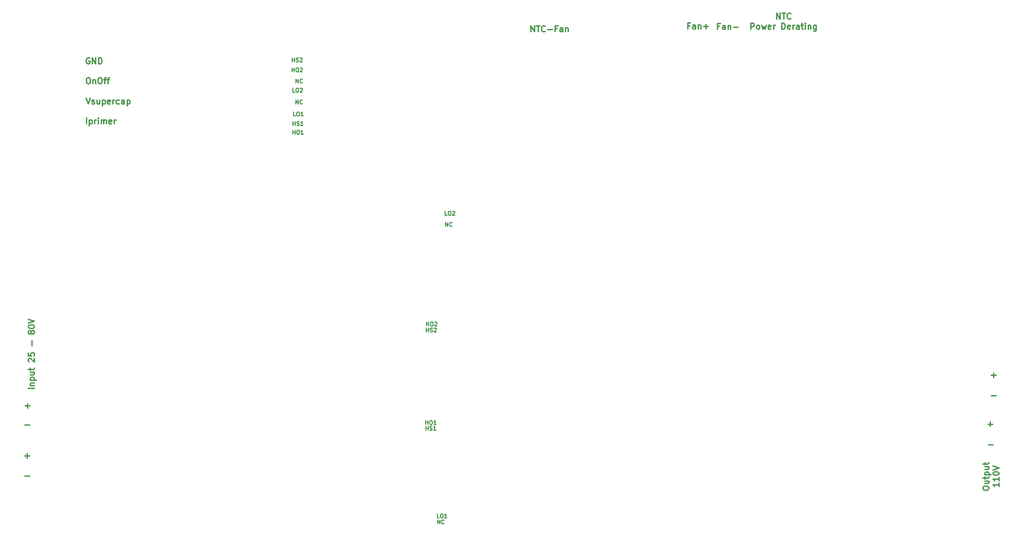
<source format=gbr>
G04 #@! TF.FileFunction,Other,Comment*
%FSLAX46Y46*%
G04 Gerber Fmt 4.6, Leading zero omitted, Abs format (unit mm)*
G04 Created by KiCad (PCBNEW 4.0.3+e1-6302~38~ubuntu16.04.1-stable) date Tue Aug 30 03:26:48 2016*
%MOMM*%
%LPD*%
G01*
G04 APERTURE LIST*
%ADD10C,0.100000*%
%ADD11C,0.300000*%
%ADD12C,0.250000*%
G04 APERTURE END LIST*
D10*
D11*
X262203571Y-143235715D02*
X262203571Y-142950001D01*
X262275000Y-142807143D01*
X262417857Y-142664286D01*
X262703571Y-142592858D01*
X263203571Y-142592858D01*
X263489286Y-142664286D01*
X263632143Y-142807143D01*
X263703571Y-142950001D01*
X263703571Y-143235715D01*
X263632143Y-143378572D01*
X263489286Y-143521429D01*
X263203571Y-143592858D01*
X262703571Y-143592858D01*
X262417857Y-143521429D01*
X262275000Y-143378572D01*
X262203571Y-143235715D01*
X262703571Y-141307143D02*
X263703571Y-141307143D01*
X262703571Y-141950000D02*
X263489286Y-141950000D01*
X263632143Y-141878572D01*
X263703571Y-141735714D01*
X263703571Y-141521429D01*
X263632143Y-141378572D01*
X263560714Y-141307143D01*
X262703571Y-140807143D02*
X262703571Y-140235714D01*
X262203571Y-140592857D02*
X263489286Y-140592857D01*
X263632143Y-140521429D01*
X263703571Y-140378571D01*
X263703571Y-140235714D01*
X262703571Y-139735714D02*
X264203571Y-139735714D01*
X262775000Y-139735714D02*
X262703571Y-139592857D01*
X262703571Y-139307143D01*
X262775000Y-139164286D01*
X262846429Y-139092857D01*
X262989286Y-139021428D01*
X263417857Y-139021428D01*
X263560714Y-139092857D01*
X263632143Y-139164286D01*
X263703571Y-139307143D01*
X263703571Y-139592857D01*
X263632143Y-139735714D01*
X262703571Y-137735714D02*
X263703571Y-137735714D01*
X262703571Y-138378571D02*
X263489286Y-138378571D01*
X263632143Y-138307143D01*
X263703571Y-138164285D01*
X263703571Y-137950000D01*
X263632143Y-137807143D01*
X263560714Y-137735714D01*
X262703571Y-137235714D02*
X262703571Y-136664285D01*
X262203571Y-137021428D02*
X263489286Y-137021428D01*
X263632143Y-136950000D01*
X263703571Y-136807142D01*
X263703571Y-136664285D01*
X266253571Y-141842856D02*
X266253571Y-142699999D01*
X266253571Y-142271427D02*
X264753571Y-142271427D01*
X264967857Y-142414284D01*
X265110714Y-142557142D01*
X265182143Y-142699999D01*
X266253571Y-140414285D02*
X266253571Y-141271428D01*
X266253571Y-140842856D02*
X264753571Y-140842856D01*
X264967857Y-140985713D01*
X265110714Y-141128571D01*
X265182143Y-141271428D01*
X264753571Y-139485714D02*
X264753571Y-139342857D01*
X264825000Y-139200000D01*
X264896429Y-139128571D01*
X265039286Y-139057142D01*
X265325000Y-138985714D01*
X265682143Y-138985714D01*
X265967857Y-139057142D01*
X266110714Y-139128571D01*
X266182143Y-139200000D01*
X266253571Y-139342857D01*
X266253571Y-139485714D01*
X266182143Y-139628571D01*
X266110714Y-139700000D01*
X265967857Y-139771428D01*
X265682143Y-139842857D01*
X265325000Y-139842857D01*
X265039286Y-139771428D01*
X264896429Y-139700000D01*
X264825000Y-139628571D01*
X264753571Y-139485714D01*
X264753571Y-138557143D02*
X266253571Y-138057143D01*
X264753571Y-137557143D01*
X23803571Y-118007142D02*
X22303571Y-118007142D01*
X22803571Y-117292856D02*
X23803571Y-117292856D01*
X22946429Y-117292856D02*
X22875000Y-117221428D01*
X22803571Y-117078570D01*
X22803571Y-116864285D01*
X22875000Y-116721428D01*
X23017857Y-116649999D01*
X23803571Y-116649999D01*
X22803571Y-115935713D02*
X24303571Y-115935713D01*
X22875000Y-115935713D02*
X22803571Y-115792856D01*
X22803571Y-115507142D01*
X22875000Y-115364285D01*
X22946429Y-115292856D01*
X23089286Y-115221427D01*
X23517857Y-115221427D01*
X23660714Y-115292856D01*
X23732143Y-115364285D01*
X23803571Y-115507142D01*
X23803571Y-115792856D01*
X23732143Y-115935713D01*
X22803571Y-113935713D02*
X23803571Y-113935713D01*
X22803571Y-114578570D02*
X23589286Y-114578570D01*
X23732143Y-114507142D01*
X23803571Y-114364284D01*
X23803571Y-114149999D01*
X23732143Y-114007142D01*
X23660714Y-113935713D01*
X22803571Y-113435713D02*
X22803571Y-112864284D01*
X22303571Y-113221427D02*
X23589286Y-113221427D01*
X23732143Y-113149999D01*
X23803571Y-113007141D01*
X23803571Y-112864284D01*
X22446429Y-111292856D02*
X22375000Y-111221427D01*
X22303571Y-111078570D01*
X22303571Y-110721427D01*
X22375000Y-110578570D01*
X22446429Y-110507141D01*
X22589286Y-110435713D01*
X22732143Y-110435713D01*
X22946429Y-110507141D01*
X23803571Y-111364284D01*
X23803571Y-110435713D01*
X22303571Y-109078570D02*
X22303571Y-109792856D01*
X23017857Y-109864285D01*
X22946429Y-109792856D01*
X22875000Y-109649999D01*
X22875000Y-109292856D01*
X22946429Y-109149999D01*
X23017857Y-109078570D01*
X23160714Y-109007142D01*
X23517857Y-109007142D01*
X23660714Y-109078570D01*
X23732143Y-109149999D01*
X23803571Y-109292856D01*
X23803571Y-109649999D01*
X23732143Y-109792856D01*
X23660714Y-109864285D01*
X23232143Y-107221428D02*
X23232143Y-106078571D01*
X22946429Y-104007142D02*
X22875000Y-104150000D01*
X22803571Y-104221428D01*
X22660714Y-104292857D01*
X22589286Y-104292857D01*
X22446429Y-104221428D01*
X22375000Y-104150000D01*
X22303571Y-104007142D01*
X22303571Y-103721428D01*
X22375000Y-103578571D01*
X22446429Y-103507142D01*
X22589286Y-103435714D01*
X22660714Y-103435714D01*
X22803571Y-103507142D01*
X22875000Y-103578571D01*
X22946429Y-103721428D01*
X22946429Y-104007142D01*
X23017857Y-104150000D01*
X23089286Y-104221428D01*
X23232143Y-104292857D01*
X23517857Y-104292857D01*
X23660714Y-104221428D01*
X23732143Y-104150000D01*
X23803571Y-104007142D01*
X23803571Y-103721428D01*
X23732143Y-103578571D01*
X23660714Y-103507142D01*
X23517857Y-103435714D01*
X23232143Y-103435714D01*
X23089286Y-103507142D01*
X23017857Y-103578571D01*
X22946429Y-103721428D01*
X22303571Y-102507143D02*
X22303571Y-102364286D01*
X22375000Y-102221429D01*
X22446429Y-102150000D01*
X22589286Y-102078571D01*
X22875000Y-102007143D01*
X23232143Y-102007143D01*
X23517857Y-102078571D01*
X23660714Y-102150000D01*
X23732143Y-102221429D01*
X23803571Y-102364286D01*
X23803571Y-102507143D01*
X23732143Y-102650000D01*
X23660714Y-102721429D01*
X23517857Y-102792857D01*
X23232143Y-102864286D01*
X22875000Y-102864286D01*
X22589286Y-102792857D01*
X22446429Y-102721429D01*
X22375000Y-102650000D01*
X22303571Y-102507143D01*
X22303571Y-101578572D02*
X23803571Y-101078572D01*
X22303571Y-100578572D01*
D12*
X125114286Y-152052381D02*
X125114286Y-151052381D01*
X125685715Y-152052381D01*
X125685715Y-151052381D01*
X126733334Y-151957143D02*
X126685715Y-152004762D01*
X126542858Y-152052381D01*
X126447620Y-152052381D01*
X126304762Y-152004762D01*
X126209524Y-151909524D01*
X126161905Y-151814286D01*
X126114286Y-151623810D01*
X126114286Y-151480952D01*
X126161905Y-151290476D01*
X126209524Y-151195238D01*
X126304762Y-151100000D01*
X126447620Y-151052381D01*
X126542858Y-151052381D01*
X126685715Y-151100000D01*
X126733334Y-151147619D01*
X125509524Y-150552381D02*
X125033333Y-150552381D01*
X125033333Y-149552381D01*
X126033333Y-149552381D02*
X126223810Y-149552381D01*
X126319048Y-149600000D01*
X126414286Y-149695238D01*
X126461905Y-149885714D01*
X126461905Y-150219048D01*
X126414286Y-150409524D01*
X126319048Y-150504762D01*
X126223810Y-150552381D01*
X126033333Y-150552381D01*
X125938095Y-150504762D01*
X125842857Y-150409524D01*
X125795238Y-150219048D01*
X125795238Y-149885714D01*
X125842857Y-149695238D01*
X125938095Y-149600000D01*
X126033333Y-149552381D01*
X127414286Y-150552381D02*
X126842857Y-150552381D01*
X127128571Y-150552381D02*
X127128571Y-149552381D01*
X127033333Y-149695238D01*
X126938095Y-149790476D01*
X126842857Y-149838095D01*
X122161905Y-128452381D02*
X122161905Y-127452381D01*
X122161905Y-127928571D02*
X122733334Y-127928571D01*
X122733334Y-128452381D02*
X122733334Y-127452381D01*
X123161905Y-128404762D02*
X123304762Y-128452381D01*
X123542858Y-128452381D01*
X123638096Y-128404762D01*
X123685715Y-128357143D01*
X123733334Y-128261905D01*
X123733334Y-128166667D01*
X123685715Y-128071429D01*
X123638096Y-128023810D01*
X123542858Y-127976190D01*
X123352381Y-127928571D01*
X123257143Y-127880952D01*
X123209524Y-127833333D01*
X123161905Y-127738095D01*
X123161905Y-127642857D01*
X123209524Y-127547619D01*
X123257143Y-127500000D01*
X123352381Y-127452381D01*
X123590477Y-127452381D01*
X123733334Y-127500000D01*
X124685715Y-128452381D02*
X124114286Y-128452381D01*
X124400000Y-128452381D02*
X124400000Y-127452381D01*
X124304762Y-127595238D01*
X124209524Y-127690476D01*
X124114286Y-127738095D01*
X122114286Y-127052381D02*
X122114286Y-126052381D01*
X122114286Y-126528571D02*
X122685715Y-126528571D01*
X122685715Y-127052381D02*
X122685715Y-126052381D01*
X123352381Y-126052381D02*
X123542858Y-126052381D01*
X123638096Y-126100000D01*
X123733334Y-126195238D01*
X123780953Y-126385714D01*
X123780953Y-126719048D01*
X123733334Y-126909524D01*
X123638096Y-127004762D01*
X123542858Y-127052381D01*
X123352381Y-127052381D01*
X123257143Y-127004762D01*
X123161905Y-126909524D01*
X123114286Y-126719048D01*
X123114286Y-126385714D01*
X123161905Y-126195238D01*
X123257143Y-126100000D01*
X123352381Y-126052381D01*
X124733334Y-127052381D02*
X124161905Y-127052381D01*
X124447619Y-127052381D02*
X124447619Y-126052381D01*
X124352381Y-126195238D01*
X124257143Y-126290476D01*
X124161905Y-126338095D01*
X122261905Y-103752381D02*
X122261905Y-102752381D01*
X122261905Y-103228571D02*
X122833334Y-103228571D01*
X122833334Y-103752381D02*
X122833334Y-102752381D01*
X123261905Y-103704762D02*
X123404762Y-103752381D01*
X123642858Y-103752381D01*
X123738096Y-103704762D01*
X123785715Y-103657143D01*
X123833334Y-103561905D01*
X123833334Y-103466667D01*
X123785715Y-103371429D01*
X123738096Y-103323810D01*
X123642858Y-103276190D01*
X123452381Y-103228571D01*
X123357143Y-103180952D01*
X123309524Y-103133333D01*
X123261905Y-103038095D01*
X123261905Y-102942857D01*
X123309524Y-102847619D01*
X123357143Y-102800000D01*
X123452381Y-102752381D01*
X123690477Y-102752381D01*
X123833334Y-102800000D01*
X124214286Y-102847619D02*
X124261905Y-102800000D01*
X124357143Y-102752381D01*
X124595239Y-102752381D01*
X124690477Y-102800000D01*
X124738096Y-102847619D01*
X124785715Y-102942857D01*
X124785715Y-103038095D01*
X124738096Y-103180952D01*
X124166667Y-103752381D01*
X124785715Y-103752381D01*
X122314286Y-102252381D02*
X122314286Y-101252381D01*
X122314286Y-101728571D02*
X122885715Y-101728571D01*
X122885715Y-102252381D02*
X122885715Y-101252381D01*
X123552381Y-101252381D02*
X123742858Y-101252381D01*
X123838096Y-101300000D01*
X123933334Y-101395238D01*
X123980953Y-101585714D01*
X123980953Y-101919048D01*
X123933334Y-102109524D01*
X123838096Y-102204762D01*
X123742858Y-102252381D01*
X123552381Y-102252381D01*
X123457143Y-102204762D01*
X123361905Y-102109524D01*
X123314286Y-101919048D01*
X123314286Y-101585714D01*
X123361905Y-101395238D01*
X123457143Y-101300000D01*
X123552381Y-101252381D01*
X124361905Y-101347619D02*
X124409524Y-101300000D01*
X124504762Y-101252381D01*
X124742858Y-101252381D01*
X124838096Y-101300000D01*
X124885715Y-101347619D01*
X124933334Y-101442857D01*
X124933334Y-101538095D01*
X124885715Y-101680952D01*
X124314286Y-102252381D01*
X124933334Y-102252381D01*
X127114286Y-77152381D02*
X127114286Y-76152381D01*
X127685715Y-77152381D01*
X127685715Y-76152381D01*
X128733334Y-77057143D02*
X128685715Y-77104762D01*
X128542858Y-77152381D01*
X128447620Y-77152381D01*
X128304762Y-77104762D01*
X128209524Y-77009524D01*
X128161905Y-76914286D01*
X128114286Y-76723810D01*
X128114286Y-76580952D01*
X128161905Y-76390476D01*
X128209524Y-76295238D01*
X128304762Y-76200000D01*
X128447620Y-76152381D01*
X128542858Y-76152381D01*
X128685715Y-76200000D01*
X128733334Y-76247619D01*
X127509524Y-74352381D02*
X127033333Y-74352381D01*
X127033333Y-73352381D01*
X128033333Y-73352381D02*
X128223810Y-73352381D01*
X128319048Y-73400000D01*
X128414286Y-73495238D01*
X128461905Y-73685714D01*
X128461905Y-74019048D01*
X128414286Y-74209524D01*
X128319048Y-74304762D01*
X128223810Y-74352381D01*
X128033333Y-74352381D01*
X127938095Y-74304762D01*
X127842857Y-74209524D01*
X127795238Y-74019048D01*
X127795238Y-73685714D01*
X127842857Y-73495238D01*
X127938095Y-73400000D01*
X128033333Y-73352381D01*
X128842857Y-73447619D02*
X128890476Y-73400000D01*
X128985714Y-73352381D01*
X129223810Y-73352381D01*
X129319048Y-73400000D01*
X129366667Y-73447619D01*
X129414286Y-73542857D01*
X129414286Y-73638095D01*
X129366667Y-73780952D01*
X128795238Y-74352381D01*
X129414286Y-74352381D01*
X88714286Y-53952381D02*
X88714286Y-52952381D01*
X88714286Y-53428571D02*
X89285715Y-53428571D01*
X89285715Y-53952381D02*
X89285715Y-52952381D01*
X89952381Y-52952381D02*
X90142858Y-52952381D01*
X90238096Y-53000000D01*
X90333334Y-53095238D01*
X90380953Y-53285714D01*
X90380953Y-53619048D01*
X90333334Y-53809524D01*
X90238096Y-53904762D01*
X90142858Y-53952381D01*
X89952381Y-53952381D01*
X89857143Y-53904762D01*
X89761905Y-53809524D01*
X89714286Y-53619048D01*
X89714286Y-53285714D01*
X89761905Y-53095238D01*
X89857143Y-53000000D01*
X89952381Y-52952381D01*
X91333334Y-53952381D02*
X90761905Y-53952381D01*
X91047619Y-53952381D02*
X91047619Y-52952381D01*
X90952381Y-53095238D01*
X90857143Y-53190476D01*
X90761905Y-53238095D01*
X88761905Y-51752381D02*
X88761905Y-50752381D01*
X88761905Y-51228571D02*
X89333334Y-51228571D01*
X89333334Y-51752381D02*
X89333334Y-50752381D01*
X89761905Y-51704762D02*
X89904762Y-51752381D01*
X90142858Y-51752381D01*
X90238096Y-51704762D01*
X90285715Y-51657143D01*
X90333334Y-51561905D01*
X90333334Y-51466667D01*
X90285715Y-51371429D01*
X90238096Y-51323810D01*
X90142858Y-51276190D01*
X89952381Y-51228571D01*
X89857143Y-51180952D01*
X89809524Y-51133333D01*
X89761905Y-51038095D01*
X89761905Y-50942857D01*
X89809524Y-50847619D01*
X89857143Y-50800000D01*
X89952381Y-50752381D01*
X90190477Y-50752381D01*
X90333334Y-50800000D01*
X91285715Y-51752381D02*
X90714286Y-51752381D01*
X91000000Y-51752381D02*
X91000000Y-50752381D01*
X90904762Y-50895238D01*
X90809524Y-50990476D01*
X90714286Y-51038095D01*
X89514286Y-46352381D02*
X89514286Y-45352381D01*
X90085715Y-46352381D01*
X90085715Y-45352381D01*
X91133334Y-46257143D02*
X91085715Y-46304762D01*
X90942858Y-46352381D01*
X90847620Y-46352381D01*
X90704762Y-46304762D01*
X90609524Y-46209524D01*
X90561905Y-46114286D01*
X90514286Y-45923810D01*
X90514286Y-45780952D01*
X90561905Y-45590476D01*
X90609524Y-45495238D01*
X90704762Y-45400000D01*
X90847620Y-45352381D01*
X90942858Y-45352381D01*
X91085715Y-45400000D01*
X91133334Y-45447619D01*
X89409524Y-49352381D02*
X88933333Y-49352381D01*
X88933333Y-48352381D01*
X89933333Y-48352381D02*
X90123810Y-48352381D01*
X90219048Y-48400000D01*
X90314286Y-48495238D01*
X90361905Y-48685714D01*
X90361905Y-49019048D01*
X90314286Y-49209524D01*
X90219048Y-49304762D01*
X90123810Y-49352381D01*
X89933333Y-49352381D01*
X89838095Y-49304762D01*
X89742857Y-49209524D01*
X89695238Y-49019048D01*
X89695238Y-48685714D01*
X89742857Y-48495238D01*
X89838095Y-48400000D01*
X89933333Y-48352381D01*
X91314286Y-49352381D02*
X90742857Y-49352381D01*
X91028571Y-49352381D02*
X91028571Y-48352381D01*
X90933333Y-48495238D01*
X90838095Y-48590476D01*
X90742857Y-48638095D01*
X89514286Y-41052381D02*
X89514286Y-40052381D01*
X90085715Y-41052381D01*
X90085715Y-40052381D01*
X91133334Y-40957143D02*
X91085715Y-41004762D01*
X90942858Y-41052381D01*
X90847620Y-41052381D01*
X90704762Y-41004762D01*
X90609524Y-40909524D01*
X90561905Y-40814286D01*
X90514286Y-40623810D01*
X90514286Y-40480952D01*
X90561905Y-40290476D01*
X90609524Y-40195238D01*
X90704762Y-40100000D01*
X90847620Y-40052381D01*
X90942858Y-40052381D01*
X91085715Y-40100000D01*
X91133334Y-40147619D01*
X89209524Y-43352381D02*
X88733333Y-43352381D01*
X88733333Y-42352381D01*
X89733333Y-42352381D02*
X89923810Y-42352381D01*
X90019048Y-42400000D01*
X90114286Y-42495238D01*
X90161905Y-42685714D01*
X90161905Y-43019048D01*
X90114286Y-43209524D01*
X90019048Y-43304762D01*
X89923810Y-43352381D01*
X89733333Y-43352381D01*
X89638095Y-43304762D01*
X89542857Y-43209524D01*
X89495238Y-43019048D01*
X89495238Y-42685714D01*
X89542857Y-42495238D01*
X89638095Y-42400000D01*
X89733333Y-42352381D01*
X90542857Y-42447619D02*
X90590476Y-42400000D01*
X90685714Y-42352381D01*
X90923810Y-42352381D01*
X91019048Y-42400000D01*
X91066667Y-42447619D01*
X91114286Y-42542857D01*
X91114286Y-42638095D01*
X91066667Y-42780952D01*
X90495238Y-43352381D01*
X91114286Y-43352381D01*
X88514286Y-38252381D02*
X88514286Y-37252381D01*
X88514286Y-37728571D02*
X89085715Y-37728571D01*
X89085715Y-38252381D02*
X89085715Y-37252381D01*
X89752381Y-37252381D02*
X89942858Y-37252381D01*
X90038096Y-37300000D01*
X90133334Y-37395238D01*
X90180953Y-37585714D01*
X90180953Y-37919048D01*
X90133334Y-38109524D01*
X90038096Y-38204762D01*
X89942858Y-38252381D01*
X89752381Y-38252381D01*
X89657143Y-38204762D01*
X89561905Y-38109524D01*
X89514286Y-37919048D01*
X89514286Y-37585714D01*
X89561905Y-37395238D01*
X89657143Y-37300000D01*
X89752381Y-37252381D01*
X90561905Y-37347619D02*
X90609524Y-37300000D01*
X90704762Y-37252381D01*
X90942858Y-37252381D01*
X91038096Y-37300000D01*
X91085715Y-37347619D01*
X91133334Y-37442857D01*
X91133334Y-37538095D01*
X91085715Y-37680952D01*
X90514286Y-38252381D01*
X91133334Y-38252381D01*
X88561905Y-35752381D02*
X88561905Y-34752381D01*
X88561905Y-35228571D02*
X89133334Y-35228571D01*
X89133334Y-35752381D02*
X89133334Y-34752381D01*
X89561905Y-35704762D02*
X89704762Y-35752381D01*
X89942858Y-35752381D01*
X90038096Y-35704762D01*
X90085715Y-35657143D01*
X90133334Y-35561905D01*
X90133334Y-35466667D01*
X90085715Y-35371429D01*
X90038096Y-35323810D01*
X89942858Y-35276190D01*
X89752381Y-35228571D01*
X89657143Y-35180952D01*
X89609524Y-35133333D01*
X89561905Y-35038095D01*
X89561905Y-34942857D01*
X89609524Y-34847619D01*
X89657143Y-34800000D01*
X89752381Y-34752381D01*
X89990477Y-34752381D01*
X90133334Y-34800000D01*
X90514286Y-34847619D02*
X90561905Y-34800000D01*
X90657143Y-34752381D01*
X90895239Y-34752381D01*
X90990477Y-34800000D01*
X91038096Y-34847619D01*
X91085715Y-34942857D01*
X91085715Y-35038095D01*
X91038096Y-35180952D01*
X90466667Y-35752381D01*
X91085715Y-35752381D01*
D11*
X210350000Y-25003571D02*
X210350000Y-23503571D01*
X211207143Y-25003571D01*
X211207143Y-23503571D01*
X211707143Y-23503571D02*
X212564286Y-23503571D01*
X212135715Y-25003571D02*
X212135715Y-23503571D01*
X213921429Y-24860714D02*
X213850000Y-24932143D01*
X213635714Y-25003571D01*
X213492857Y-25003571D01*
X213278572Y-24932143D01*
X213135714Y-24789286D01*
X213064286Y-24646429D01*
X212992857Y-24360714D01*
X212992857Y-24146429D01*
X213064286Y-23860714D01*
X213135714Y-23717857D01*
X213278572Y-23575000D01*
X213492857Y-23503571D01*
X213635714Y-23503571D01*
X213850000Y-23575000D01*
X213921429Y-23646429D01*
X203885715Y-27553571D02*
X203885715Y-26053571D01*
X204457143Y-26053571D01*
X204600001Y-26125000D01*
X204671429Y-26196429D01*
X204742858Y-26339286D01*
X204742858Y-26553571D01*
X204671429Y-26696429D01*
X204600001Y-26767857D01*
X204457143Y-26839286D01*
X203885715Y-26839286D01*
X205600001Y-27553571D02*
X205457143Y-27482143D01*
X205385715Y-27410714D01*
X205314286Y-27267857D01*
X205314286Y-26839286D01*
X205385715Y-26696429D01*
X205457143Y-26625000D01*
X205600001Y-26553571D01*
X205814286Y-26553571D01*
X205957143Y-26625000D01*
X206028572Y-26696429D01*
X206100001Y-26839286D01*
X206100001Y-27267857D01*
X206028572Y-27410714D01*
X205957143Y-27482143D01*
X205814286Y-27553571D01*
X205600001Y-27553571D01*
X206600001Y-26553571D02*
X206885715Y-27553571D01*
X207171429Y-26839286D01*
X207457144Y-27553571D01*
X207742858Y-26553571D01*
X208885715Y-27482143D02*
X208742858Y-27553571D01*
X208457144Y-27553571D01*
X208314287Y-27482143D01*
X208242858Y-27339286D01*
X208242858Y-26767857D01*
X208314287Y-26625000D01*
X208457144Y-26553571D01*
X208742858Y-26553571D01*
X208885715Y-26625000D01*
X208957144Y-26767857D01*
X208957144Y-26910714D01*
X208242858Y-27053571D01*
X209600001Y-27553571D02*
X209600001Y-26553571D01*
X209600001Y-26839286D02*
X209671429Y-26696429D01*
X209742858Y-26625000D01*
X209885715Y-26553571D01*
X210028572Y-26553571D01*
X211671429Y-27553571D02*
X211671429Y-26053571D01*
X212028572Y-26053571D01*
X212242857Y-26125000D01*
X212385715Y-26267857D01*
X212457143Y-26410714D01*
X212528572Y-26696429D01*
X212528572Y-26910714D01*
X212457143Y-27196429D01*
X212385715Y-27339286D01*
X212242857Y-27482143D01*
X212028572Y-27553571D01*
X211671429Y-27553571D01*
X213742857Y-27482143D02*
X213600000Y-27553571D01*
X213314286Y-27553571D01*
X213171429Y-27482143D01*
X213100000Y-27339286D01*
X213100000Y-26767857D01*
X213171429Y-26625000D01*
X213314286Y-26553571D01*
X213600000Y-26553571D01*
X213742857Y-26625000D01*
X213814286Y-26767857D01*
X213814286Y-26910714D01*
X213100000Y-27053571D01*
X214457143Y-27553571D02*
X214457143Y-26553571D01*
X214457143Y-26839286D02*
X214528571Y-26696429D01*
X214600000Y-26625000D01*
X214742857Y-26553571D01*
X214885714Y-26553571D01*
X216028571Y-27553571D02*
X216028571Y-26767857D01*
X215957142Y-26625000D01*
X215814285Y-26553571D01*
X215528571Y-26553571D01*
X215385714Y-26625000D01*
X216028571Y-27482143D02*
X215885714Y-27553571D01*
X215528571Y-27553571D01*
X215385714Y-27482143D01*
X215314285Y-27339286D01*
X215314285Y-27196429D01*
X215385714Y-27053571D01*
X215528571Y-26982143D01*
X215885714Y-26982143D01*
X216028571Y-26910714D01*
X216528571Y-26553571D02*
X217100000Y-26553571D01*
X216742857Y-26053571D02*
X216742857Y-27339286D01*
X216814285Y-27482143D01*
X216957143Y-27553571D01*
X217100000Y-27553571D01*
X217600000Y-27553571D02*
X217600000Y-26553571D01*
X217600000Y-26053571D02*
X217528571Y-26125000D01*
X217600000Y-26196429D01*
X217671428Y-26125000D01*
X217600000Y-26053571D01*
X217600000Y-26196429D01*
X218314286Y-26553571D02*
X218314286Y-27553571D01*
X218314286Y-26696429D02*
X218385714Y-26625000D01*
X218528572Y-26553571D01*
X218742857Y-26553571D01*
X218885714Y-26625000D01*
X218957143Y-26767857D01*
X218957143Y-27553571D01*
X220314286Y-26553571D02*
X220314286Y-27767857D01*
X220242857Y-27910714D01*
X220171429Y-27982143D01*
X220028572Y-28053571D01*
X219814286Y-28053571D01*
X219671429Y-27982143D01*
X220314286Y-27482143D02*
X220171429Y-27553571D01*
X219885715Y-27553571D01*
X219742857Y-27482143D01*
X219671429Y-27410714D01*
X219600000Y-27267857D01*
X219600000Y-26839286D01*
X219671429Y-26696429D01*
X219742857Y-26625000D01*
X219885715Y-26553571D01*
X220171429Y-26553571D01*
X220314286Y-26625000D01*
X148621429Y-28178571D02*
X148621429Y-26678571D01*
X149478572Y-28178571D01*
X149478572Y-26678571D01*
X149978572Y-26678571D02*
X150835715Y-26678571D01*
X150407144Y-28178571D02*
X150407144Y-26678571D01*
X152192858Y-28035714D02*
X152121429Y-28107143D01*
X151907143Y-28178571D01*
X151764286Y-28178571D01*
X151550001Y-28107143D01*
X151407143Y-27964286D01*
X151335715Y-27821429D01*
X151264286Y-27535714D01*
X151264286Y-27321429D01*
X151335715Y-27035714D01*
X151407143Y-26892857D01*
X151550001Y-26750000D01*
X151764286Y-26678571D01*
X151907143Y-26678571D01*
X152121429Y-26750000D01*
X152192858Y-26821429D01*
X152835715Y-27607143D02*
X153978572Y-27607143D01*
X155192858Y-27392857D02*
X154692858Y-27392857D01*
X154692858Y-28178571D02*
X154692858Y-26678571D01*
X155407144Y-26678571D01*
X156621429Y-28178571D02*
X156621429Y-27392857D01*
X156550000Y-27250000D01*
X156407143Y-27178571D01*
X156121429Y-27178571D01*
X155978572Y-27250000D01*
X156621429Y-28107143D02*
X156478572Y-28178571D01*
X156121429Y-28178571D01*
X155978572Y-28107143D01*
X155907143Y-27964286D01*
X155907143Y-27821429D01*
X155978572Y-27678571D01*
X156121429Y-27607143D01*
X156478572Y-27607143D01*
X156621429Y-27535714D01*
X157335715Y-27178571D02*
X157335715Y-28178571D01*
X157335715Y-27321429D02*
X157407143Y-27250000D01*
X157550001Y-27178571D01*
X157764286Y-27178571D01*
X157907143Y-27250000D01*
X157978572Y-27392857D01*
X157978572Y-28178571D01*
X264328572Y-114707143D02*
X265471429Y-114707143D01*
X264900000Y-115278571D02*
X264900000Y-114135714D01*
X264328572Y-119807143D02*
X265471429Y-119807143D01*
X263528572Y-127007143D02*
X264671429Y-127007143D01*
X264100000Y-127578571D02*
X264100000Y-126435714D01*
X263628572Y-132207143D02*
X264771429Y-132207143D01*
X21428572Y-140107143D02*
X22571429Y-140107143D01*
X21428572Y-135007143D02*
X22571429Y-135007143D01*
X22000000Y-135578571D02*
X22000000Y-134435714D01*
X21428572Y-127207143D02*
X22571429Y-127207143D01*
X21528572Y-122407143D02*
X22671429Y-122407143D01*
X22100000Y-122978571D02*
X22100000Y-121835714D01*
X36892858Y-51378571D02*
X36892858Y-49878571D01*
X37607144Y-50378571D02*
X37607144Y-51878571D01*
X37607144Y-50450000D02*
X37750001Y-50378571D01*
X38035715Y-50378571D01*
X38178572Y-50450000D01*
X38250001Y-50521429D01*
X38321430Y-50664286D01*
X38321430Y-51092857D01*
X38250001Y-51235714D01*
X38178572Y-51307143D01*
X38035715Y-51378571D01*
X37750001Y-51378571D01*
X37607144Y-51307143D01*
X38964287Y-51378571D02*
X38964287Y-50378571D01*
X38964287Y-50664286D02*
X39035715Y-50521429D01*
X39107144Y-50450000D01*
X39250001Y-50378571D01*
X39392858Y-50378571D01*
X39892858Y-51378571D02*
X39892858Y-50378571D01*
X39892858Y-49878571D02*
X39821429Y-49950000D01*
X39892858Y-50021429D01*
X39964286Y-49950000D01*
X39892858Y-49878571D01*
X39892858Y-50021429D01*
X40607144Y-51378571D02*
X40607144Y-50378571D01*
X40607144Y-50521429D02*
X40678572Y-50450000D01*
X40821430Y-50378571D01*
X41035715Y-50378571D01*
X41178572Y-50450000D01*
X41250001Y-50592857D01*
X41250001Y-51378571D01*
X41250001Y-50592857D02*
X41321430Y-50450000D01*
X41464287Y-50378571D01*
X41678572Y-50378571D01*
X41821430Y-50450000D01*
X41892858Y-50592857D01*
X41892858Y-51378571D01*
X43178572Y-51307143D02*
X43035715Y-51378571D01*
X42750001Y-51378571D01*
X42607144Y-51307143D01*
X42535715Y-51164286D01*
X42535715Y-50592857D01*
X42607144Y-50450000D01*
X42750001Y-50378571D01*
X43035715Y-50378571D01*
X43178572Y-50450000D01*
X43250001Y-50592857D01*
X43250001Y-50735714D01*
X42535715Y-50878571D01*
X43892858Y-51378571D02*
X43892858Y-50378571D01*
X43892858Y-50664286D02*
X43964286Y-50521429D01*
X44035715Y-50450000D01*
X44178572Y-50378571D01*
X44321429Y-50378571D01*
X36828572Y-44878571D02*
X37328572Y-46378571D01*
X37828572Y-44878571D01*
X38257143Y-46307143D02*
X38400000Y-46378571D01*
X38685715Y-46378571D01*
X38828572Y-46307143D01*
X38900000Y-46164286D01*
X38900000Y-46092857D01*
X38828572Y-45950000D01*
X38685715Y-45878571D01*
X38471429Y-45878571D01*
X38328572Y-45807143D01*
X38257143Y-45664286D01*
X38257143Y-45592857D01*
X38328572Y-45450000D01*
X38471429Y-45378571D01*
X38685715Y-45378571D01*
X38828572Y-45450000D01*
X40185715Y-45378571D02*
X40185715Y-46378571D01*
X39542858Y-45378571D02*
X39542858Y-46164286D01*
X39614286Y-46307143D01*
X39757144Y-46378571D01*
X39971429Y-46378571D01*
X40114286Y-46307143D01*
X40185715Y-46235714D01*
X40900001Y-45378571D02*
X40900001Y-46878571D01*
X40900001Y-45450000D02*
X41042858Y-45378571D01*
X41328572Y-45378571D01*
X41471429Y-45450000D01*
X41542858Y-45521429D01*
X41614287Y-45664286D01*
X41614287Y-46092857D01*
X41542858Y-46235714D01*
X41471429Y-46307143D01*
X41328572Y-46378571D01*
X41042858Y-46378571D01*
X40900001Y-46307143D01*
X42828572Y-46307143D02*
X42685715Y-46378571D01*
X42400001Y-46378571D01*
X42257144Y-46307143D01*
X42185715Y-46164286D01*
X42185715Y-45592857D01*
X42257144Y-45450000D01*
X42400001Y-45378571D01*
X42685715Y-45378571D01*
X42828572Y-45450000D01*
X42900001Y-45592857D01*
X42900001Y-45735714D01*
X42185715Y-45878571D01*
X43542858Y-46378571D02*
X43542858Y-45378571D01*
X43542858Y-45664286D02*
X43614286Y-45521429D01*
X43685715Y-45450000D01*
X43828572Y-45378571D01*
X43971429Y-45378571D01*
X45114286Y-46307143D02*
X44971429Y-46378571D01*
X44685715Y-46378571D01*
X44542857Y-46307143D01*
X44471429Y-46235714D01*
X44400000Y-46092857D01*
X44400000Y-45664286D01*
X44471429Y-45521429D01*
X44542857Y-45450000D01*
X44685715Y-45378571D01*
X44971429Y-45378571D01*
X45114286Y-45450000D01*
X46400000Y-46378571D02*
X46400000Y-45592857D01*
X46328571Y-45450000D01*
X46185714Y-45378571D01*
X45900000Y-45378571D01*
X45757143Y-45450000D01*
X46400000Y-46307143D02*
X46257143Y-46378571D01*
X45900000Y-46378571D01*
X45757143Y-46307143D01*
X45685714Y-46164286D01*
X45685714Y-46021429D01*
X45757143Y-45878571D01*
X45900000Y-45807143D01*
X46257143Y-45807143D01*
X46400000Y-45735714D01*
X47114286Y-45378571D02*
X47114286Y-46878571D01*
X47114286Y-45450000D02*
X47257143Y-45378571D01*
X47542857Y-45378571D01*
X47685714Y-45450000D01*
X47757143Y-45521429D01*
X47828572Y-45664286D01*
X47828572Y-46092857D01*
X47757143Y-46235714D01*
X47685714Y-46307143D01*
X47542857Y-46378571D01*
X47257143Y-46378571D01*
X47114286Y-46307143D01*
X37235714Y-39778571D02*
X37521428Y-39778571D01*
X37664286Y-39850000D01*
X37807143Y-39992857D01*
X37878571Y-40278571D01*
X37878571Y-40778571D01*
X37807143Y-41064286D01*
X37664286Y-41207143D01*
X37521428Y-41278571D01*
X37235714Y-41278571D01*
X37092857Y-41207143D01*
X36950000Y-41064286D01*
X36878571Y-40778571D01*
X36878571Y-40278571D01*
X36950000Y-39992857D01*
X37092857Y-39850000D01*
X37235714Y-39778571D01*
X38521429Y-40278571D02*
X38521429Y-41278571D01*
X38521429Y-40421429D02*
X38592857Y-40350000D01*
X38735715Y-40278571D01*
X38950000Y-40278571D01*
X39092857Y-40350000D01*
X39164286Y-40492857D01*
X39164286Y-41278571D01*
X40164286Y-39778571D02*
X40450000Y-39778571D01*
X40592858Y-39850000D01*
X40735715Y-39992857D01*
X40807143Y-40278571D01*
X40807143Y-40778571D01*
X40735715Y-41064286D01*
X40592858Y-41207143D01*
X40450000Y-41278571D01*
X40164286Y-41278571D01*
X40021429Y-41207143D01*
X39878572Y-41064286D01*
X39807143Y-40778571D01*
X39807143Y-40278571D01*
X39878572Y-39992857D01*
X40021429Y-39850000D01*
X40164286Y-39778571D01*
X41235715Y-40278571D02*
X41807144Y-40278571D01*
X41450001Y-41278571D02*
X41450001Y-39992857D01*
X41521429Y-39850000D01*
X41664287Y-39778571D01*
X41807144Y-39778571D01*
X42092858Y-40278571D02*
X42664287Y-40278571D01*
X42307144Y-41278571D02*
X42307144Y-39992857D01*
X42378572Y-39850000D01*
X42521430Y-39778571D01*
X42664287Y-39778571D01*
X37657143Y-34850000D02*
X37514286Y-34778571D01*
X37300000Y-34778571D01*
X37085715Y-34850000D01*
X36942857Y-34992857D01*
X36871429Y-35135714D01*
X36800000Y-35421429D01*
X36800000Y-35635714D01*
X36871429Y-35921429D01*
X36942857Y-36064286D01*
X37085715Y-36207143D01*
X37300000Y-36278571D01*
X37442857Y-36278571D01*
X37657143Y-36207143D01*
X37728572Y-36135714D01*
X37728572Y-35635714D01*
X37442857Y-35635714D01*
X38371429Y-36278571D02*
X38371429Y-34778571D01*
X39228572Y-36278571D01*
X39228572Y-34778571D01*
X39942858Y-36278571D02*
X39942858Y-34778571D01*
X40300001Y-34778571D01*
X40514286Y-34850000D01*
X40657144Y-34992857D01*
X40728572Y-35135714D01*
X40800001Y-35421429D01*
X40800001Y-35635714D01*
X40728572Y-35921429D01*
X40657144Y-36064286D01*
X40514286Y-36207143D01*
X40300001Y-36278571D01*
X39942858Y-36278571D01*
X196028572Y-26792857D02*
X195528572Y-26792857D01*
X195528572Y-27578571D02*
X195528572Y-26078571D01*
X196242858Y-26078571D01*
X197457143Y-27578571D02*
X197457143Y-26792857D01*
X197385714Y-26650000D01*
X197242857Y-26578571D01*
X196957143Y-26578571D01*
X196814286Y-26650000D01*
X197457143Y-27507143D02*
X197314286Y-27578571D01*
X196957143Y-27578571D01*
X196814286Y-27507143D01*
X196742857Y-27364286D01*
X196742857Y-27221429D01*
X196814286Y-27078571D01*
X196957143Y-27007143D01*
X197314286Y-27007143D01*
X197457143Y-26935714D01*
X198171429Y-26578571D02*
X198171429Y-27578571D01*
X198171429Y-26721429D02*
X198242857Y-26650000D01*
X198385715Y-26578571D01*
X198600000Y-26578571D01*
X198742857Y-26650000D01*
X198814286Y-26792857D01*
X198814286Y-27578571D01*
X199528572Y-27007143D02*
X200671429Y-27007143D01*
X188528572Y-26692857D02*
X188028572Y-26692857D01*
X188028572Y-27478571D02*
X188028572Y-25978571D01*
X188742858Y-25978571D01*
X189957143Y-27478571D02*
X189957143Y-26692857D01*
X189885714Y-26550000D01*
X189742857Y-26478571D01*
X189457143Y-26478571D01*
X189314286Y-26550000D01*
X189957143Y-27407143D02*
X189814286Y-27478571D01*
X189457143Y-27478571D01*
X189314286Y-27407143D01*
X189242857Y-27264286D01*
X189242857Y-27121429D01*
X189314286Y-26978571D01*
X189457143Y-26907143D01*
X189814286Y-26907143D01*
X189957143Y-26835714D01*
X190671429Y-26478571D02*
X190671429Y-27478571D01*
X190671429Y-26621429D02*
X190742857Y-26550000D01*
X190885715Y-26478571D01*
X191100000Y-26478571D01*
X191242857Y-26550000D01*
X191314286Y-26692857D01*
X191314286Y-27478571D01*
X192028572Y-26907143D02*
X193171429Y-26907143D01*
X192600000Y-27478571D02*
X192600000Y-26335714D01*
M02*

</source>
